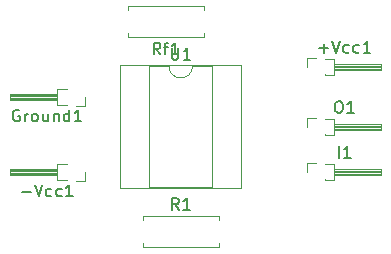
<source format=gbr>
G04 #@! TF.FileFunction,Legend,Top*
%FSLAX46Y46*%
G04 Gerber Fmt 4.6, Leading zero omitted, Abs format (unit mm)*
G04 Created by KiCad (PCBNEW 4.0.7) date 01/25/19 00:29:59*
%MOMM*%
%LPD*%
G01*
G04 APERTURE LIST*
%ADD10C,0.100000*%
%ADD11C,0.120000*%
%ADD12C,0.150000*%
G04 APERTURE END LIST*
D10*
D11*
X163320000Y-84395000D02*
X164120000Y-84395000D01*
X164120000Y-84395000D02*
X164120000Y-85785000D01*
X164120000Y-85785000D02*
X163320000Y-85785000D01*
X163320000Y-85785000D02*
X163320000Y-85709677D01*
X164120000Y-84830000D02*
X168120000Y-84830000D01*
X168120000Y-84830000D02*
X168120000Y-85350000D01*
X168120000Y-85350000D02*
X164120000Y-85350000D01*
X164120000Y-84890000D02*
X168120000Y-84890000D01*
X164120000Y-85010000D02*
X168120000Y-85010000D01*
X164120000Y-85130000D02*
X168120000Y-85130000D01*
X164120000Y-85250000D02*
X168120000Y-85250000D01*
X161800000Y-85090000D02*
X161800000Y-84330000D01*
X161800000Y-84330000D02*
X162560000Y-84330000D01*
X141480000Y-94675000D02*
X140680000Y-94675000D01*
X140680000Y-94675000D02*
X140680000Y-93285000D01*
X140680000Y-93285000D02*
X141480000Y-93285000D01*
X141480000Y-93285000D02*
X141480000Y-93360323D01*
X140680000Y-94240000D02*
X136680000Y-94240000D01*
X136680000Y-94240000D02*
X136680000Y-93720000D01*
X136680000Y-93720000D02*
X140680000Y-93720000D01*
X140680000Y-94180000D02*
X136680000Y-94180000D01*
X140680000Y-94060000D02*
X136680000Y-94060000D01*
X140680000Y-93940000D02*
X136680000Y-93940000D01*
X140680000Y-93820000D02*
X136680000Y-93820000D01*
X143000000Y-93980000D02*
X143000000Y-94740000D01*
X143000000Y-94740000D02*
X142240000Y-94740000D01*
X141480000Y-88325000D02*
X140680000Y-88325000D01*
X140680000Y-88325000D02*
X140680000Y-86935000D01*
X140680000Y-86935000D02*
X141480000Y-86935000D01*
X141480000Y-86935000D02*
X141480000Y-87010323D01*
X140680000Y-87890000D02*
X136680000Y-87890000D01*
X136680000Y-87890000D02*
X136680000Y-87370000D01*
X136680000Y-87370000D02*
X140680000Y-87370000D01*
X140680000Y-87830000D02*
X136680000Y-87830000D01*
X140680000Y-87710000D02*
X136680000Y-87710000D01*
X140680000Y-87590000D02*
X136680000Y-87590000D01*
X140680000Y-87470000D02*
X136680000Y-87470000D01*
X143000000Y-87630000D02*
X143000000Y-88390000D01*
X143000000Y-88390000D02*
X142240000Y-88390000D01*
X163320000Y-93285000D02*
X164120000Y-93285000D01*
X164120000Y-93285000D02*
X164120000Y-94675000D01*
X164120000Y-94675000D02*
X163320000Y-94675000D01*
X163320000Y-94675000D02*
X163320000Y-94599677D01*
X164120000Y-93720000D02*
X168120000Y-93720000D01*
X168120000Y-93720000D02*
X168120000Y-94240000D01*
X168120000Y-94240000D02*
X164120000Y-94240000D01*
X164120000Y-93780000D02*
X168120000Y-93780000D01*
X164120000Y-93900000D02*
X168120000Y-93900000D01*
X164120000Y-94020000D02*
X168120000Y-94020000D01*
X164120000Y-94140000D02*
X168120000Y-94140000D01*
X161800000Y-93980000D02*
X161800000Y-93220000D01*
X161800000Y-93220000D02*
X162560000Y-93220000D01*
X163320000Y-89475000D02*
X164120000Y-89475000D01*
X164120000Y-89475000D02*
X164120000Y-90865000D01*
X164120000Y-90865000D02*
X163320000Y-90865000D01*
X163320000Y-90865000D02*
X163320000Y-90789677D01*
X164120000Y-89910000D02*
X168120000Y-89910000D01*
X168120000Y-89910000D02*
X168120000Y-90430000D01*
X168120000Y-90430000D02*
X164120000Y-90430000D01*
X164120000Y-89970000D02*
X168120000Y-89970000D01*
X164120000Y-90090000D02*
X168120000Y-90090000D01*
X164120000Y-90210000D02*
X168120000Y-90210000D01*
X164120000Y-90330000D02*
X168120000Y-90330000D01*
X161800000Y-90170000D02*
X161800000Y-89410000D01*
X161800000Y-89410000D02*
X162560000Y-89410000D01*
X147920000Y-98080000D02*
X147920000Y-97750000D01*
X147920000Y-97750000D02*
X154340000Y-97750000D01*
X154340000Y-97750000D02*
X154340000Y-98080000D01*
X147920000Y-100040000D02*
X147920000Y-100370000D01*
X147920000Y-100370000D02*
X154340000Y-100370000D01*
X154340000Y-100370000D02*
X154340000Y-100040000D01*
X153070000Y-82260000D02*
X153070000Y-82590000D01*
X153070000Y-82590000D02*
X146650000Y-82590000D01*
X146650000Y-82590000D02*
X146650000Y-82260000D01*
X153070000Y-80300000D02*
X153070000Y-79970000D01*
X153070000Y-79970000D02*
X146650000Y-79970000D01*
X146650000Y-79970000D02*
X146650000Y-80300000D01*
X152130000Y-85030000D02*
G75*
G02X150130000Y-85030000I-1000000J0D01*
G01*
X150130000Y-85030000D02*
X148480000Y-85030000D01*
X148480000Y-85030000D02*
X148480000Y-95310000D01*
X148480000Y-95310000D02*
X153780000Y-95310000D01*
X153780000Y-95310000D02*
X153780000Y-85030000D01*
X153780000Y-85030000D02*
X152130000Y-85030000D01*
X145990000Y-84970000D02*
X145990000Y-95370000D01*
X145990000Y-95370000D02*
X156270000Y-95370000D01*
X156270000Y-95370000D02*
X156270000Y-84970000D01*
X156270000Y-84970000D02*
X145990000Y-84970000D01*
D12*
X162849643Y-83526429D02*
X163611548Y-83526429D01*
X163230596Y-83907381D02*
X163230596Y-83145476D01*
X163944881Y-82907381D02*
X164278214Y-83907381D01*
X164611548Y-82907381D01*
X165373453Y-83859762D02*
X165278215Y-83907381D01*
X165087738Y-83907381D01*
X164992500Y-83859762D01*
X164944881Y-83812143D01*
X164897262Y-83716905D01*
X164897262Y-83431190D01*
X164944881Y-83335952D01*
X164992500Y-83288333D01*
X165087738Y-83240714D01*
X165278215Y-83240714D01*
X165373453Y-83288333D01*
X166230596Y-83859762D02*
X166135358Y-83907381D01*
X165944881Y-83907381D01*
X165849643Y-83859762D01*
X165802024Y-83812143D01*
X165754405Y-83716905D01*
X165754405Y-83431190D01*
X165802024Y-83335952D01*
X165849643Y-83288333D01*
X165944881Y-83240714D01*
X166135358Y-83240714D01*
X166230596Y-83288333D01*
X167182977Y-83907381D02*
X166611548Y-83907381D01*
X166897262Y-83907381D02*
X166897262Y-82907381D01*
X166802024Y-83050238D01*
X166706786Y-83145476D01*
X166611548Y-83193095D01*
X137664643Y-95686429D02*
X138426548Y-95686429D01*
X138759881Y-95067381D02*
X139093214Y-96067381D01*
X139426548Y-95067381D01*
X140188453Y-96019762D02*
X140093215Y-96067381D01*
X139902738Y-96067381D01*
X139807500Y-96019762D01*
X139759881Y-95972143D01*
X139712262Y-95876905D01*
X139712262Y-95591190D01*
X139759881Y-95495952D01*
X139807500Y-95448333D01*
X139902738Y-95400714D01*
X140093215Y-95400714D01*
X140188453Y-95448333D01*
X141045596Y-96019762D02*
X140950358Y-96067381D01*
X140759881Y-96067381D01*
X140664643Y-96019762D01*
X140617024Y-95972143D01*
X140569405Y-95876905D01*
X140569405Y-95591190D01*
X140617024Y-95495952D01*
X140664643Y-95448333D01*
X140759881Y-95400714D01*
X140950358Y-95400714D01*
X141045596Y-95448333D01*
X141997977Y-96067381D02*
X141426548Y-96067381D01*
X141712262Y-96067381D02*
X141712262Y-95067381D01*
X141617024Y-95210238D01*
X141521786Y-95305476D01*
X141426548Y-95353095D01*
X137474167Y-88765000D02*
X137378929Y-88717381D01*
X137236072Y-88717381D01*
X137093214Y-88765000D01*
X136997976Y-88860238D01*
X136950357Y-88955476D01*
X136902738Y-89145952D01*
X136902738Y-89288810D01*
X136950357Y-89479286D01*
X136997976Y-89574524D01*
X137093214Y-89669762D01*
X137236072Y-89717381D01*
X137331310Y-89717381D01*
X137474167Y-89669762D01*
X137521786Y-89622143D01*
X137521786Y-89288810D01*
X137331310Y-89288810D01*
X137950357Y-89717381D02*
X137950357Y-89050714D01*
X137950357Y-89241190D02*
X137997976Y-89145952D01*
X138045595Y-89098333D01*
X138140833Y-89050714D01*
X138236072Y-89050714D01*
X138712262Y-89717381D02*
X138617024Y-89669762D01*
X138569405Y-89622143D01*
X138521786Y-89526905D01*
X138521786Y-89241190D01*
X138569405Y-89145952D01*
X138617024Y-89098333D01*
X138712262Y-89050714D01*
X138855120Y-89050714D01*
X138950358Y-89098333D01*
X138997977Y-89145952D01*
X139045596Y-89241190D01*
X139045596Y-89526905D01*
X138997977Y-89622143D01*
X138950358Y-89669762D01*
X138855120Y-89717381D01*
X138712262Y-89717381D01*
X139902739Y-89050714D02*
X139902739Y-89717381D01*
X139474167Y-89050714D02*
X139474167Y-89574524D01*
X139521786Y-89669762D01*
X139617024Y-89717381D01*
X139759882Y-89717381D01*
X139855120Y-89669762D01*
X139902739Y-89622143D01*
X140378929Y-89050714D02*
X140378929Y-89717381D01*
X140378929Y-89145952D02*
X140426548Y-89098333D01*
X140521786Y-89050714D01*
X140664644Y-89050714D01*
X140759882Y-89098333D01*
X140807501Y-89193571D01*
X140807501Y-89717381D01*
X141712263Y-89717381D02*
X141712263Y-88717381D01*
X141712263Y-89669762D02*
X141617025Y-89717381D01*
X141426548Y-89717381D01*
X141331310Y-89669762D01*
X141283691Y-89622143D01*
X141236072Y-89526905D01*
X141236072Y-89241190D01*
X141283691Y-89145952D01*
X141331310Y-89098333D01*
X141426548Y-89050714D01*
X141617025Y-89050714D01*
X141712263Y-89098333D01*
X142712263Y-89717381D02*
X142140834Y-89717381D01*
X142426548Y-89717381D02*
X142426548Y-88717381D01*
X142331310Y-88860238D01*
X142236072Y-88955476D01*
X142140834Y-89003095D01*
X164516310Y-92797381D02*
X164516310Y-91797381D01*
X165516310Y-92797381D02*
X164944881Y-92797381D01*
X165230595Y-92797381D02*
X165230595Y-91797381D01*
X165135357Y-91940238D01*
X165040119Y-92035476D01*
X164944881Y-92083095D01*
X164421071Y-87987381D02*
X164611548Y-87987381D01*
X164706786Y-88035000D01*
X164802024Y-88130238D01*
X164849643Y-88320714D01*
X164849643Y-88654048D01*
X164802024Y-88844524D01*
X164706786Y-88939762D01*
X164611548Y-88987381D01*
X164421071Y-88987381D01*
X164325833Y-88939762D01*
X164230595Y-88844524D01*
X164182976Y-88654048D01*
X164182976Y-88320714D01*
X164230595Y-88130238D01*
X164325833Y-88035000D01*
X164421071Y-87987381D01*
X165802024Y-88987381D02*
X165230595Y-88987381D01*
X165516309Y-88987381D02*
X165516309Y-87987381D01*
X165421071Y-88130238D01*
X165325833Y-88225476D01*
X165230595Y-88273095D01*
X150963334Y-97202381D02*
X150630000Y-96726190D01*
X150391905Y-97202381D02*
X150391905Y-96202381D01*
X150772858Y-96202381D01*
X150868096Y-96250000D01*
X150915715Y-96297619D01*
X150963334Y-96392857D01*
X150963334Y-96535714D01*
X150915715Y-96630952D01*
X150868096Y-96678571D01*
X150772858Y-96726190D01*
X150391905Y-96726190D01*
X151915715Y-97202381D02*
X151344286Y-97202381D01*
X151630000Y-97202381D02*
X151630000Y-96202381D01*
X151534762Y-96345238D01*
X151439524Y-96440476D01*
X151344286Y-96488095D01*
X149407619Y-84042381D02*
X149074285Y-83566190D01*
X148836190Y-84042381D02*
X148836190Y-83042381D01*
X149217143Y-83042381D01*
X149312381Y-83090000D01*
X149360000Y-83137619D01*
X149407619Y-83232857D01*
X149407619Y-83375714D01*
X149360000Y-83470952D01*
X149312381Y-83518571D01*
X149217143Y-83566190D01*
X148836190Y-83566190D01*
X149693333Y-83375714D02*
X150074285Y-83375714D01*
X149836190Y-84042381D02*
X149836190Y-83185238D01*
X149883809Y-83090000D01*
X149979047Y-83042381D01*
X150074285Y-83042381D01*
X150931429Y-84042381D02*
X150360000Y-84042381D01*
X150645714Y-84042381D02*
X150645714Y-83042381D01*
X150550476Y-83185238D01*
X150455238Y-83280476D01*
X150360000Y-83328095D01*
X150368095Y-83482381D02*
X150368095Y-84291905D01*
X150415714Y-84387143D01*
X150463333Y-84434762D01*
X150558571Y-84482381D01*
X150749048Y-84482381D01*
X150844286Y-84434762D01*
X150891905Y-84387143D01*
X150939524Y-84291905D01*
X150939524Y-83482381D01*
X151939524Y-84482381D02*
X151368095Y-84482381D01*
X151653809Y-84482381D02*
X151653809Y-83482381D01*
X151558571Y-83625238D01*
X151463333Y-83720476D01*
X151368095Y-83768095D01*
M02*

</source>
